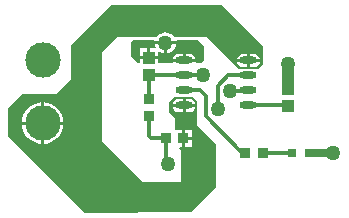
<source format=gtl>
G04*
G04 #@! TF.GenerationSoftware,Altium Limited,Altium Designer,18.1.7 (191)*
G04*
G04 Layer_Physical_Order=1*
G04 Layer_Color=255*
%FSLAX25Y25*%
%MOIN*%
G70*
G01*
G75*
%ADD15O,0.05709X0.02362*%
%ADD16R,0.03150X0.03150*%
%ADD17R,0.03740X0.03543*%
%ADD18R,0.03543X0.03740*%
%ADD19R,0.03937X0.04331*%
%ADD28C,0.02756*%
%ADD29C,0.03937*%
%ADD30C,0.01181*%
%ADD31C,0.11811*%
%ADD32C,0.05000*%
G36*
X70866Y67323D02*
Y62795D01*
X69838Y61767D01*
X68197D01*
X67909Y62118D01*
X64075D01*
X60241D01*
X59953Y61767D01*
X55331D01*
Y62984D01*
X49394D01*
Y61767D01*
X48776D01*
X46457Y64087D01*
X46457Y68898D01*
X47012Y69453D01*
X53964D01*
X54358Y69004D01*
X61390D01*
X61784Y69453D01*
X68736D01*
X70866Y67323D01*
D02*
G37*
G36*
X90551Y67323D02*
Y61417D01*
X88976Y59842D01*
X82284Y59842D01*
X71653Y70472D01*
X60775D01*
X60370Y71000D01*
X59639Y71561D01*
X58788Y71914D01*
X57874Y72034D01*
X56960Y71914D01*
X56109Y71561D01*
X55378Y71000D01*
X54973Y70472D01*
X41732D01*
X36614Y65354D01*
Y35827D01*
X50394Y22047D01*
X62992D01*
Y32776D01*
X62387Y33381D01*
X62578Y33843D01*
X63378D01*
Y36614D01*
Y39386D01*
X61024D01*
Y43307D01*
X59055Y45276D01*
Y48819D01*
X60630Y50394D01*
X67027Y50394D01*
X68504Y48917D01*
X68504Y40945D01*
X74803Y34646D01*
Y20472D01*
X66339Y12008D01*
X31084Y11829D01*
X5512Y37402D01*
X5512Y46850D01*
X10236Y51575D01*
X21654D01*
X26378Y56299D01*
Y67716D01*
X35140Y76322D01*
X40006Y81102D01*
X76772D01*
X90551Y67323D01*
D02*
G37*
%LPC*%
G36*
X61338Y68004D02*
X58374D01*
Y65040D01*
X58788Y65094D01*
X59639Y65447D01*
X60370Y66008D01*
X60931Y66739D01*
X61284Y67590D01*
X61338Y68004D01*
D02*
G37*
G36*
X57374D02*
X54410D01*
X54464Y67590D01*
X54647Y67150D01*
X54312Y66650D01*
X52862D01*
Y63984D01*
X55331D01*
Y65414D01*
X55831Y65660D01*
X56109Y65447D01*
X56960Y65094D01*
X57374Y65040D01*
Y68004D01*
D02*
G37*
G36*
X51862Y66650D02*
X49394D01*
Y63984D01*
X51862D01*
Y66650D01*
D02*
G37*
G36*
X65748Y64842D02*
X64575D01*
Y63118D01*
X67872D01*
X67803Y63469D01*
X67321Y64191D01*
X66599Y64673D01*
X65748Y64842D01*
D02*
G37*
G36*
X63575D02*
X62402D01*
X61550Y64673D01*
X60829Y64191D01*
X60347Y63469D01*
X60277Y63118D01*
X63575D01*
Y64842D01*
D02*
G37*
G36*
X87205D02*
X86032D01*
Y63118D01*
X89329D01*
X89259Y63469D01*
X88777Y64191D01*
X88056Y64673D01*
X87205Y64842D01*
D02*
G37*
G36*
X85031D02*
X83858D01*
X83007Y64673D01*
X82286Y64191D01*
X81804Y63469D01*
X81734Y63118D01*
X85031D01*
Y64842D01*
D02*
G37*
G36*
X89329Y62118D02*
X86032D01*
Y60394D01*
X87205D01*
X88056Y60564D01*
X88777Y61046D01*
X89259Y61767D01*
X89329Y62118D01*
D02*
G37*
G36*
X85031D02*
X81734D01*
X81804Y61767D01*
X82286Y61046D01*
X83007Y60564D01*
X83858Y60394D01*
X85031D01*
Y62118D01*
D02*
G37*
G36*
X65748Y49842D02*
X64575D01*
Y48118D01*
X67872D01*
X67803Y48469D01*
X67321Y49191D01*
X66599Y49673D01*
X65748Y49842D01*
D02*
G37*
G36*
X63575D02*
X62402D01*
X61550Y49673D01*
X60829Y49191D01*
X60347Y48469D01*
X60277Y48118D01*
X63575D01*
Y49842D01*
D02*
G37*
G36*
X67872Y47118D02*
X64575D01*
Y45394D01*
X65748D01*
X66599Y45564D01*
X67321Y46046D01*
X67803Y46767D01*
X67872Y47118D01*
D02*
G37*
G36*
X63575D02*
X60277D01*
X60347Y46767D01*
X60829Y46046D01*
X61550Y45564D01*
X62402Y45394D01*
X63575D01*
Y47118D01*
D02*
G37*
G36*
X17429Y48622D02*
Y42232D01*
X23819D01*
X23735Y43086D01*
X23340Y44388D01*
X22699Y45587D01*
X21836Y46639D01*
X20784Y47502D01*
X19584Y48143D01*
X18283Y48538D01*
X17429Y48622D01*
D02*
G37*
G36*
X16429D02*
X15575Y48538D01*
X14274Y48143D01*
X13074Y47502D01*
X12023Y46639D01*
X11160Y45587D01*
X10518Y44388D01*
X10124Y43086D01*
X10040Y42232D01*
X16429D01*
Y48622D01*
D02*
G37*
G36*
X66748Y39386D02*
X64378D01*
Y37114D01*
X66748D01*
Y39386D01*
D02*
G37*
G36*
X23819Y41232D02*
X17429D01*
Y34843D01*
X18283Y34927D01*
X19584Y35322D01*
X20784Y35963D01*
X21836Y36826D01*
X22699Y37877D01*
X23340Y39077D01*
X23735Y40379D01*
X23819Y41232D01*
D02*
G37*
G36*
X16429D02*
X10040D01*
X10124Y40379D01*
X10518Y39077D01*
X11160Y37877D01*
X12023Y36826D01*
X13074Y35963D01*
X14274Y35322D01*
X15575Y34927D01*
X16429Y34843D01*
Y41232D01*
D02*
G37*
G36*
X66748Y36114D02*
X64378D01*
Y33843D01*
X66748D01*
Y36114D01*
D02*
G37*
%LPD*%
D15*
X64075Y62618D02*
D03*
Y57618D02*
D03*
Y52618D02*
D03*
Y47618D02*
D03*
X85532Y62618D02*
D03*
Y57618D02*
D03*
Y52618D02*
D03*
Y47618D02*
D03*
D16*
X100000Y31890D02*
D03*
X105905D02*
D03*
D17*
X90256D02*
D03*
X84547D02*
D03*
X58169Y36614D02*
D03*
X63878D02*
D03*
D18*
X52362Y49705D02*
D03*
Y43996D02*
D03*
D19*
X52362Y63484D02*
D03*
Y57776D02*
D03*
X98819Y53248D02*
D03*
Y47539D02*
D03*
D28*
X105905Y31890D02*
X113779D01*
D29*
X98740Y61417D02*
X98819Y61339D01*
Y53248D02*
Y61339D01*
D30*
X71260Y44094D02*
Y50787D01*
X69429Y52618D02*
X71260Y50787D01*
X64075Y52618D02*
X69429D01*
X83465Y31890D02*
X84547D01*
X71260Y44094D02*
X83465Y31890D01*
X75437Y46457D02*
Y54177D01*
X90256Y31890D02*
X100000D01*
X58169Y28445D02*
Y36614D01*
Y28445D02*
X58661Y27953D01*
X53150Y36614D02*
X58169D01*
X52362Y37402D02*
X53150Y36614D01*
X75437Y54177D02*
X78878Y57618D01*
X85532D01*
X79528Y52362D02*
X85276D01*
X85532Y52618D01*
X64075Y57618D02*
X69547D01*
X98740Y47618D02*
X98819Y47539D01*
X85532Y47618D02*
X98740D01*
X52362Y37402D02*
Y43209D01*
Y49705D02*
Y57776D01*
X52520Y57618D01*
X64075D01*
D31*
X16929Y62598D02*
D03*
Y41732D02*
D03*
D32*
X57874Y68504D02*
D03*
X113779Y31890D02*
D03*
X98740Y61417D02*
D03*
X75437Y46457D02*
D03*
X58661Y27953D02*
D03*
X79528Y52362D02*
D03*
X70473Y57618D02*
D03*
M02*

</source>
